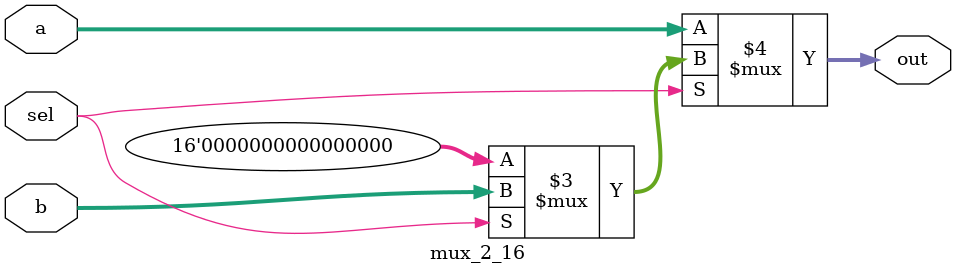
<source format=v>
`timescale 1ns / 1ps

module mux_2_16(
    input [15:0] a, b,
    input sel,
    output [15:0] out
    );
    
    assign out = (sel == 1'b0) ? a :
                 (sel == 1'b1) ? b :
                 16'b0; // default case to handle any unexpected values
    
endmodule

</source>
